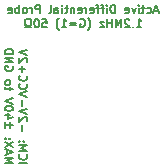
<source format=gbr>
G04 #@! TF.GenerationSoftware,KiCad,Pcbnew,(5.1.9)-1*
G04 #@! TF.CreationDate,2021-04-02T20:51:07-05:00*
G04 #@! TF.ProjectId,coax-probe,636f6178-2d70-4726-9f62-652e6b696361,rev?*
G04 #@! TF.SameCoordinates,Original*
G04 #@! TF.FileFunction,Legend,Bot*
G04 #@! TF.FilePolarity,Positive*
%FSLAX46Y46*%
G04 Gerber Fmt 4.6, Leading zero omitted, Abs format (unit mm)*
G04 Created by KiCad (PCBNEW (5.1.9)-1) date 2021-04-02 20:51:07*
%MOMM*%
%LPD*%
G01*
G04 APERTURE LIST*
%ADD10C,0.150000*%
%ADD11C,0.157000*%
G04 APERTURE END LIST*
D10*
X176150000Y-72816666D02*
X175816666Y-72816666D01*
X176216666Y-73016666D02*
X175983333Y-72316666D01*
X175750000Y-73016666D01*
X175216666Y-72983333D02*
X175283333Y-73016666D01*
X175416666Y-73016666D01*
X175483333Y-72983333D01*
X175516666Y-72950000D01*
X175550000Y-72883333D01*
X175550000Y-72683333D01*
X175516666Y-72616666D01*
X175483333Y-72583333D01*
X175416666Y-72550000D01*
X175283333Y-72550000D01*
X175216666Y-72583333D01*
X175016666Y-72550000D02*
X174750000Y-72550000D01*
X174916666Y-72316666D02*
X174916666Y-72916666D01*
X174883333Y-72983333D01*
X174816666Y-73016666D01*
X174750000Y-73016666D01*
X174516666Y-73016666D02*
X174516666Y-72550000D01*
X174516666Y-72316666D02*
X174550000Y-72350000D01*
X174516666Y-72383333D01*
X174483333Y-72350000D01*
X174516666Y-72316666D01*
X174516666Y-72383333D01*
X174250000Y-72550000D02*
X174083333Y-73016666D01*
X173916666Y-72550000D01*
X173383333Y-72983333D02*
X173450000Y-73016666D01*
X173583333Y-73016666D01*
X173650000Y-72983333D01*
X173683333Y-72916666D01*
X173683333Y-72650000D01*
X173650000Y-72583333D01*
X173583333Y-72550000D01*
X173450000Y-72550000D01*
X173383333Y-72583333D01*
X173350000Y-72650000D01*
X173350000Y-72716666D01*
X173683333Y-72783333D01*
X172516666Y-73016666D02*
X172516666Y-72316666D01*
X172350000Y-72316666D01*
X172250000Y-72350000D01*
X172183333Y-72416666D01*
X172150000Y-72483333D01*
X172116666Y-72616666D01*
X172116666Y-72716666D01*
X172150000Y-72850000D01*
X172183333Y-72916666D01*
X172250000Y-72983333D01*
X172350000Y-73016666D01*
X172516666Y-73016666D01*
X171816666Y-73016666D02*
X171816666Y-72550000D01*
X171816666Y-72316666D02*
X171850000Y-72350000D01*
X171816666Y-72383333D01*
X171783333Y-72350000D01*
X171816666Y-72316666D01*
X171816666Y-72383333D01*
X171583333Y-72550000D02*
X171316666Y-72550000D01*
X171483333Y-73016666D02*
X171483333Y-72416666D01*
X171450000Y-72350000D01*
X171383333Y-72316666D01*
X171316666Y-72316666D01*
X171183333Y-72550000D02*
X170916666Y-72550000D01*
X171083333Y-73016666D02*
X171083333Y-72416666D01*
X171050000Y-72350000D01*
X170983333Y-72316666D01*
X170916666Y-72316666D01*
X170416666Y-72983333D02*
X170483333Y-73016666D01*
X170616666Y-73016666D01*
X170683333Y-72983333D01*
X170716666Y-72916666D01*
X170716666Y-72650000D01*
X170683333Y-72583333D01*
X170616666Y-72550000D01*
X170483333Y-72550000D01*
X170416666Y-72583333D01*
X170383333Y-72650000D01*
X170383333Y-72716666D01*
X170716666Y-72783333D01*
X170083333Y-73016666D02*
X170083333Y-72550000D01*
X170083333Y-72683333D02*
X170050000Y-72616666D01*
X170016666Y-72583333D01*
X169950000Y-72550000D01*
X169883333Y-72550000D01*
X169383333Y-72983333D02*
X169450000Y-73016666D01*
X169583333Y-73016666D01*
X169650000Y-72983333D01*
X169683333Y-72916666D01*
X169683333Y-72650000D01*
X169650000Y-72583333D01*
X169583333Y-72550000D01*
X169450000Y-72550000D01*
X169383333Y-72583333D01*
X169350000Y-72650000D01*
X169350000Y-72716666D01*
X169683333Y-72783333D01*
X169050000Y-72550000D02*
X169050000Y-73016666D01*
X169050000Y-72616666D02*
X169016666Y-72583333D01*
X168950000Y-72550000D01*
X168850000Y-72550000D01*
X168783333Y-72583333D01*
X168750000Y-72650000D01*
X168750000Y-73016666D01*
X168516666Y-72550000D02*
X168250000Y-72550000D01*
X168416666Y-72316666D02*
X168416666Y-72916666D01*
X168383333Y-72983333D01*
X168316666Y-73016666D01*
X168250000Y-73016666D01*
X168016666Y-73016666D02*
X168016666Y-72550000D01*
X168016666Y-72316666D02*
X168050000Y-72350000D01*
X168016666Y-72383333D01*
X167983333Y-72350000D01*
X168016666Y-72316666D01*
X168016666Y-72383333D01*
X167383333Y-73016666D02*
X167383333Y-72650000D01*
X167416666Y-72583333D01*
X167483333Y-72550000D01*
X167616666Y-72550000D01*
X167683333Y-72583333D01*
X167383333Y-72983333D02*
X167450000Y-73016666D01*
X167616666Y-73016666D01*
X167683333Y-72983333D01*
X167716666Y-72916666D01*
X167716666Y-72850000D01*
X167683333Y-72783333D01*
X167616666Y-72750000D01*
X167450000Y-72750000D01*
X167383333Y-72716666D01*
X166950000Y-73016666D02*
X167016666Y-72983333D01*
X167050000Y-72916666D01*
X167050000Y-72316666D01*
X166150000Y-73016666D02*
X166150000Y-72316666D01*
X165883333Y-72316666D01*
X165816666Y-72350000D01*
X165783333Y-72383333D01*
X165750000Y-72450000D01*
X165750000Y-72550000D01*
X165783333Y-72616666D01*
X165816666Y-72650000D01*
X165883333Y-72683333D01*
X166150000Y-72683333D01*
X165450000Y-73016666D02*
X165450000Y-72550000D01*
X165450000Y-72683333D02*
X165416666Y-72616666D01*
X165383333Y-72583333D01*
X165316666Y-72550000D01*
X165250000Y-72550000D01*
X164916666Y-73016666D02*
X164983333Y-72983333D01*
X165016666Y-72950000D01*
X165050000Y-72883333D01*
X165050000Y-72683333D01*
X165016666Y-72616666D01*
X164983333Y-72583333D01*
X164916666Y-72550000D01*
X164816666Y-72550000D01*
X164750000Y-72583333D01*
X164716666Y-72616666D01*
X164683333Y-72683333D01*
X164683333Y-72883333D01*
X164716666Y-72950000D01*
X164750000Y-72983333D01*
X164816666Y-73016666D01*
X164916666Y-73016666D01*
X164383333Y-73016666D02*
X164383333Y-72316666D01*
X164383333Y-72583333D02*
X164316666Y-72550000D01*
X164183333Y-72550000D01*
X164116666Y-72583333D01*
X164083333Y-72616666D01*
X164050000Y-72683333D01*
X164050000Y-72883333D01*
X164083333Y-72950000D01*
X164116666Y-72983333D01*
X164183333Y-73016666D01*
X164316666Y-73016666D01*
X164383333Y-72983333D01*
X163483333Y-72983333D02*
X163550000Y-73016666D01*
X163683333Y-73016666D01*
X163750000Y-72983333D01*
X163783333Y-72916666D01*
X163783333Y-72650000D01*
X163750000Y-72583333D01*
X163683333Y-72550000D01*
X163550000Y-72550000D01*
X163483333Y-72583333D01*
X163450000Y-72650000D01*
X163450000Y-72716666D01*
X163783333Y-72783333D01*
X174333333Y-74216666D02*
X174733333Y-74216666D01*
X174533333Y-74216666D02*
X174533333Y-73516666D01*
X174600000Y-73616666D01*
X174666666Y-73683333D01*
X174733333Y-73716666D01*
X174033333Y-74150000D02*
X174000000Y-74183333D01*
X174033333Y-74216666D01*
X174066666Y-74183333D01*
X174033333Y-74150000D01*
X174033333Y-74216666D01*
X173733333Y-73583333D02*
X173700000Y-73550000D01*
X173633333Y-73516666D01*
X173466666Y-73516666D01*
X173400000Y-73550000D01*
X173366666Y-73583333D01*
X173333333Y-73650000D01*
X173333333Y-73716666D01*
X173366666Y-73816666D01*
X173766666Y-74216666D01*
X173333333Y-74216666D01*
X173033333Y-74216666D02*
X173033333Y-73516666D01*
X172800000Y-74016666D01*
X172566666Y-73516666D01*
X172566666Y-74216666D01*
X172233333Y-74216666D02*
X172233333Y-73516666D01*
X172233333Y-73850000D02*
X171833333Y-73850000D01*
X171833333Y-74216666D02*
X171833333Y-73516666D01*
X171566666Y-73750000D02*
X171200000Y-73750000D01*
X171566666Y-74216666D01*
X171200000Y-74216666D01*
X170200000Y-74483333D02*
X170233333Y-74450000D01*
X170300000Y-74350000D01*
X170333333Y-74283333D01*
X170366666Y-74183333D01*
X170400000Y-74016666D01*
X170400000Y-73883333D01*
X170366666Y-73716666D01*
X170333333Y-73616666D01*
X170300000Y-73550000D01*
X170233333Y-73450000D01*
X170200000Y-73416666D01*
X169566666Y-73550000D02*
X169633333Y-73516666D01*
X169733333Y-73516666D01*
X169833333Y-73550000D01*
X169900000Y-73616666D01*
X169933333Y-73683333D01*
X169966666Y-73816666D01*
X169966666Y-73916666D01*
X169933333Y-74050000D01*
X169900000Y-74116666D01*
X169833333Y-74183333D01*
X169733333Y-74216666D01*
X169666666Y-74216666D01*
X169566666Y-74183333D01*
X169533333Y-74150000D01*
X169533333Y-73916666D01*
X169666666Y-73916666D01*
X169233333Y-73850000D02*
X168700000Y-73850000D01*
X168700000Y-74050000D02*
X169233333Y-74050000D01*
X168000000Y-74216666D02*
X168400000Y-74216666D01*
X168200000Y-74216666D02*
X168200000Y-73516666D01*
X168266666Y-73616666D01*
X168333333Y-73683333D01*
X168400000Y-73716666D01*
X167766666Y-74483333D02*
X167733333Y-74450000D01*
X167666666Y-74350000D01*
X167633333Y-74283333D01*
X167600000Y-74183333D01*
X167566666Y-74016666D01*
X167566666Y-73883333D01*
X167600000Y-73716666D01*
X167633333Y-73616666D01*
X167666666Y-73550000D01*
X167733333Y-73450000D01*
X167766666Y-73416666D01*
X166366666Y-73516666D02*
X166700000Y-73516666D01*
X166733333Y-73850000D01*
X166700000Y-73816666D01*
X166633333Y-73783333D01*
X166466666Y-73783333D01*
X166400000Y-73816666D01*
X166366666Y-73850000D01*
X166333333Y-73916666D01*
X166333333Y-74083333D01*
X166366666Y-74150000D01*
X166400000Y-74183333D01*
X166466666Y-74216666D01*
X166633333Y-74216666D01*
X166700000Y-74183333D01*
X166733333Y-74150000D01*
X165900000Y-73516666D02*
X165833333Y-73516666D01*
X165766666Y-73550000D01*
X165733333Y-73583333D01*
X165700000Y-73650000D01*
X165666666Y-73783333D01*
X165666666Y-73950000D01*
X165700000Y-74083333D01*
X165733333Y-74150000D01*
X165766666Y-74183333D01*
X165833333Y-74216666D01*
X165900000Y-74216666D01*
X165966666Y-74183333D01*
X166000000Y-74150000D01*
X166033333Y-74083333D01*
X166066666Y-73950000D01*
X166066666Y-73783333D01*
X166033333Y-73650000D01*
X166000000Y-73583333D01*
X165966666Y-73550000D01*
X165900000Y-73516666D01*
X165400000Y-74216666D02*
X165233333Y-74216666D01*
X165233333Y-74083333D01*
X165300000Y-74050000D01*
X165366666Y-73983333D01*
X165400000Y-73883333D01*
X165400000Y-73716666D01*
X165366666Y-73616666D01*
X165300000Y-73550000D01*
X165200000Y-73516666D01*
X165066666Y-73516666D01*
X164966666Y-73550000D01*
X164900000Y-73616666D01*
X164866666Y-73716666D01*
X164866666Y-73883333D01*
X164900000Y-73983333D01*
X164966666Y-74050000D01*
X165033333Y-74083333D01*
X165033333Y-74216666D01*
X164866666Y-74216666D01*
D11*
X164386833Y-85707615D02*
X165086833Y-85707615D01*
X164453500Y-84974282D02*
X164420166Y-85007615D01*
X164386833Y-85107615D01*
X164386833Y-85174282D01*
X164420166Y-85274282D01*
X164486833Y-85340948D01*
X164553500Y-85374282D01*
X164686833Y-85407615D01*
X164786833Y-85407615D01*
X164920166Y-85374282D01*
X164986833Y-85340948D01*
X165053500Y-85274282D01*
X165086833Y-85174282D01*
X165086833Y-85107615D01*
X165053500Y-85007615D01*
X165020166Y-84974282D01*
X164386833Y-84674282D02*
X165086833Y-84674282D01*
X164586833Y-84440948D01*
X165086833Y-84207615D01*
X164386833Y-84207615D01*
X164453500Y-83874282D02*
X164420166Y-83840948D01*
X164386833Y-83874282D01*
X164420166Y-83907615D01*
X164453500Y-83874282D01*
X164386833Y-83874282D01*
X164820166Y-83874282D02*
X164786833Y-83840948D01*
X164753500Y-83874282D01*
X164786833Y-83907615D01*
X164820166Y-83874282D01*
X164753500Y-83874282D01*
X164653500Y-83007615D02*
X164653500Y-82474282D01*
X165020166Y-82174282D02*
X165053500Y-82140948D01*
X165086833Y-82074282D01*
X165086833Y-81907615D01*
X165053500Y-81840948D01*
X165020166Y-81807615D01*
X164953500Y-81774282D01*
X164886833Y-81774282D01*
X164786833Y-81807615D01*
X164386833Y-82207615D01*
X164386833Y-81774282D01*
X165086833Y-81574282D02*
X164386833Y-81340948D01*
X165086833Y-81107615D01*
X164653500Y-80874282D02*
X164653500Y-80340948D01*
X165086833Y-80107615D02*
X164386833Y-79874282D01*
X165086833Y-79640948D01*
X164453500Y-79007615D02*
X164420166Y-79040948D01*
X164386833Y-79140948D01*
X164386833Y-79207615D01*
X164420166Y-79307615D01*
X164486833Y-79374282D01*
X164553500Y-79407615D01*
X164686833Y-79440948D01*
X164786833Y-79440948D01*
X164920166Y-79407615D01*
X164986833Y-79374282D01*
X165053500Y-79307615D01*
X165086833Y-79207615D01*
X165086833Y-79140948D01*
X165053500Y-79040948D01*
X165020166Y-79007615D01*
X164453500Y-78307615D02*
X164420166Y-78340948D01*
X164386833Y-78440948D01*
X164386833Y-78507615D01*
X164420166Y-78607615D01*
X164486833Y-78674282D01*
X164553500Y-78707615D01*
X164686833Y-78740948D01*
X164786833Y-78740948D01*
X164920166Y-78707615D01*
X164986833Y-78674282D01*
X165053500Y-78607615D01*
X165086833Y-78507615D01*
X165086833Y-78440948D01*
X165053500Y-78340948D01*
X165020166Y-78307615D01*
X164653500Y-78007615D02*
X164653500Y-77474282D01*
X164386833Y-77740948D02*
X164920166Y-77740948D01*
X165020166Y-77174282D02*
X165053500Y-77140948D01*
X165086833Y-77074282D01*
X165086833Y-76907615D01*
X165053500Y-76840948D01*
X165020166Y-76807615D01*
X164953500Y-76774282D01*
X164886833Y-76774282D01*
X164786833Y-76807615D01*
X164386833Y-77207615D01*
X164386833Y-76774282D01*
X165086833Y-76574282D02*
X164386833Y-76340948D01*
X165086833Y-76107615D01*
X163179833Y-85707615D02*
X163879833Y-85707615D01*
X163379833Y-85474282D01*
X163879833Y-85240948D01*
X163179833Y-85240948D01*
X163379833Y-84940948D02*
X163379833Y-84607615D01*
X163179833Y-85007615D02*
X163879833Y-84774282D01*
X163179833Y-84540948D01*
X163879833Y-84374282D02*
X163179833Y-83907615D01*
X163879833Y-83907615D02*
X163179833Y-84374282D01*
X163246500Y-83640948D02*
X163213166Y-83607615D01*
X163179833Y-83640948D01*
X163213166Y-83674282D01*
X163246500Y-83640948D01*
X163179833Y-83640948D01*
X163613166Y-83640948D02*
X163579833Y-83607615D01*
X163546500Y-83640948D01*
X163579833Y-83674282D01*
X163613166Y-83640948D01*
X163546500Y-83640948D01*
X163579833Y-82774282D02*
X163579833Y-82240948D01*
X163313166Y-82507615D02*
X163846500Y-82507615D01*
X163179833Y-82240948D02*
X163179833Y-82774282D01*
X163646500Y-81607615D02*
X163179833Y-81607615D01*
X163913166Y-81774282D02*
X163413166Y-81940948D01*
X163413166Y-81507615D01*
X163879833Y-81107615D02*
X163879833Y-81040948D01*
X163846500Y-80974282D01*
X163813166Y-80940948D01*
X163746500Y-80907615D01*
X163613166Y-80874282D01*
X163446500Y-80874282D01*
X163313166Y-80907615D01*
X163246500Y-80940948D01*
X163213166Y-80974282D01*
X163179833Y-81040948D01*
X163179833Y-81107615D01*
X163213166Y-81174282D01*
X163246500Y-81207615D01*
X163313166Y-81240948D01*
X163446500Y-81274282D01*
X163613166Y-81274282D01*
X163746500Y-81240948D01*
X163813166Y-81207615D01*
X163846500Y-81174282D01*
X163879833Y-81107615D01*
X163879833Y-80674282D02*
X163179833Y-80440948D01*
X163879833Y-80207615D01*
X163646500Y-79540948D02*
X163646500Y-79274282D01*
X163879833Y-79440948D02*
X163279833Y-79440948D01*
X163213166Y-79407615D01*
X163179833Y-79340948D01*
X163179833Y-79274282D01*
X163179833Y-78940948D02*
X163213166Y-79007615D01*
X163246500Y-79040948D01*
X163313166Y-79074282D01*
X163513166Y-79074282D01*
X163579833Y-79040948D01*
X163613166Y-79007615D01*
X163646500Y-78940948D01*
X163646500Y-78840948D01*
X163613166Y-78774282D01*
X163579833Y-78740948D01*
X163513166Y-78707615D01*
X163313166Y-78707615D01*
X163246500Y-78740948D01*
X163213166Y-78774282D01*
X163179833Y-78840948D01*
X163179833Y-78940948D01*
X163846500Y-77507615D02*
X163879833Y-77574282D01*
X163879833Y-77674282D01*
X163846500Y-77774282D01*
X163779833Y-77840948D01*
X163713166Y-77874282D01*
X163579833Y-77907615D01*
X163479833Y-77907615D01*
X163346500Y-77874282D01*
X163279833Y-77840948D01*
X163213166Y-77774282D01*
X163179833Y-77674282D01*
X163179833Y-77607615D01*
X163213166Y-77507615D01*
X163246500Y-77474282D01*
X163479833Y-77474282D01*
X163479833Y-77607615D01*
X163179833Y-77174282D02*
X163879833Y-77174282D01*
X163179833Y-76774282D01*
X163879833Y-76774282D01*
X163179833Y-76440948D02*
X163879833Y-76440948D01*
X163879833Y-76274282D01*
X163846500Y-76174282D01*
X163779833Y-76107615D01*
X163713166Y-76074282D01*
X163579833Y-76040948D01*
X163479833Y-76040948D01*
X163346500Y-76074282D01*
X163279833Y-76107615D01*
X163213166Y-76174282D01*
X163179833Y-76274282D01*
X163179833Y-76440948D01*
M02*

</source>
